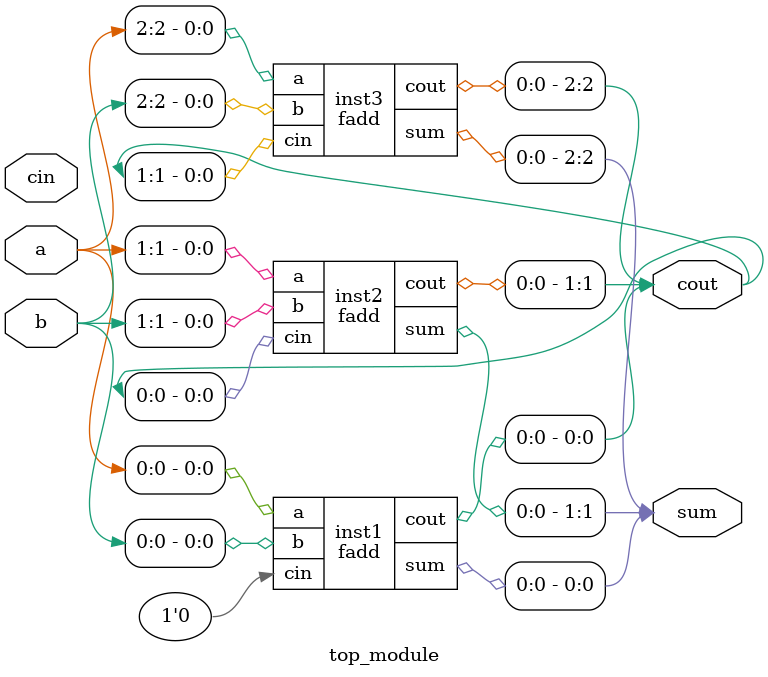
<source format=v>
module fadd( 
    input a, b, cin,
    output cout, sum );
	
    assign sum = ^ {a, b, cin};
    assign cout = (a & (b | cin)) | (b & (a|cin)); 
endmodule

module top_module( 
    input [2:0] a, b,
    input cin,
    output [2:0] cout,
    output [2:0] sum );

    
    
    fadd inst1(a[0], b[0], 0, cout[0], sum[0]);
    fadd inst2(a[1], b[1], cout[0], cout[1], sum[1]);
    fadd inst3(a[2], b[2], cout[1], cout[2], sum[2]);
    

endmodule


</source>
